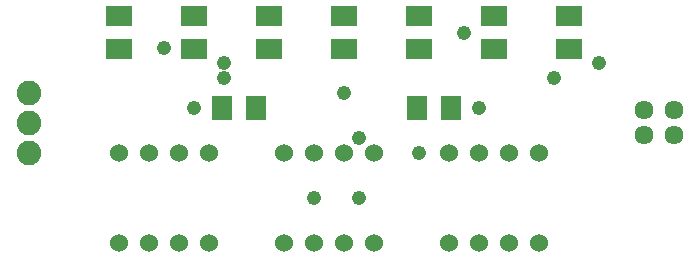
<source format=gts>
G75*
%MOIN*%
%OFA0B0*%
%FSLAX24Y24*%
%IPPOS*%
%LPD*%
%AMOC8*
5,1,8,0,0,1.08239X$1,22.5*
%
%ADD10C,0.0600*%
%ADD11C,0.0634*%
%ADD12C,0.0820*%
%ADD13R,0.0867X0.0710*%
%ADD14R,0.0710X0.0789*%
%ADD15C,0.0476*%
D10*
X005180Y001180D03*
X006180Y001180D03*
X007180Y001180D03*
X008180Y001180D03*
X010680Y001180D03*
X011680Y001180D03*
X012680Y001180D03*
X013680Y001180D03*
X016180Y001180D03*
X017180Y001180D03*
X018180Y001180D03*
X019180Y001180D03*
X019180Y004180D03*
X018180Y004180D03*
X017180Y004180D03*
X016180Y004180D03*
X013680Y004180D03*
X012680Y004180D03*
X011680Y004180D03*
X010680Y004180D03*
X008180Y004180D03*
X007180Y004180D03*
X006180Y004180D03*
X005180Y004180D03*
D11*
X022680Y004770D03*
X023680Y004770D03*
X023680Y005600D03*
X022680Y005600D03*
D12*
X002180Y005180D03*
X002180Y006180D03*
X002180Y004180D03*
D13*
X005180Y007629D03*
X007680Y007629D03*
X010180Y007629D03*
X012680Y007629D03*
X015180Y007629D03*
X017680Y007629D03*
X020180Y007629D03*
X020180Y008731D03*
X017680Y008731D03*
X015180Y008731D03*
X012680Y008731D03*
X010180Y008731D03*
X007680Y008731D03*
X005180Y008731D03*
D14*
X008629Y005680D03*
X009731Y005680D03*
X015129Y005680D03*
X016231Y005680D03*
D15*
X017180Y005680D03*
X019680Y006680D03*
X021180Y007180D03*
X016680Y008180D03*
X012680Y006180D03*
X013180Y004680D03*
X015180Y004180D03*
X013180Y002680D03*
X011680Y002680D03*
X007680Y005680D03*
X008680Y006680D03*
X008680Y007180D03*
X006680Y007680D03*
M02*

</source>
